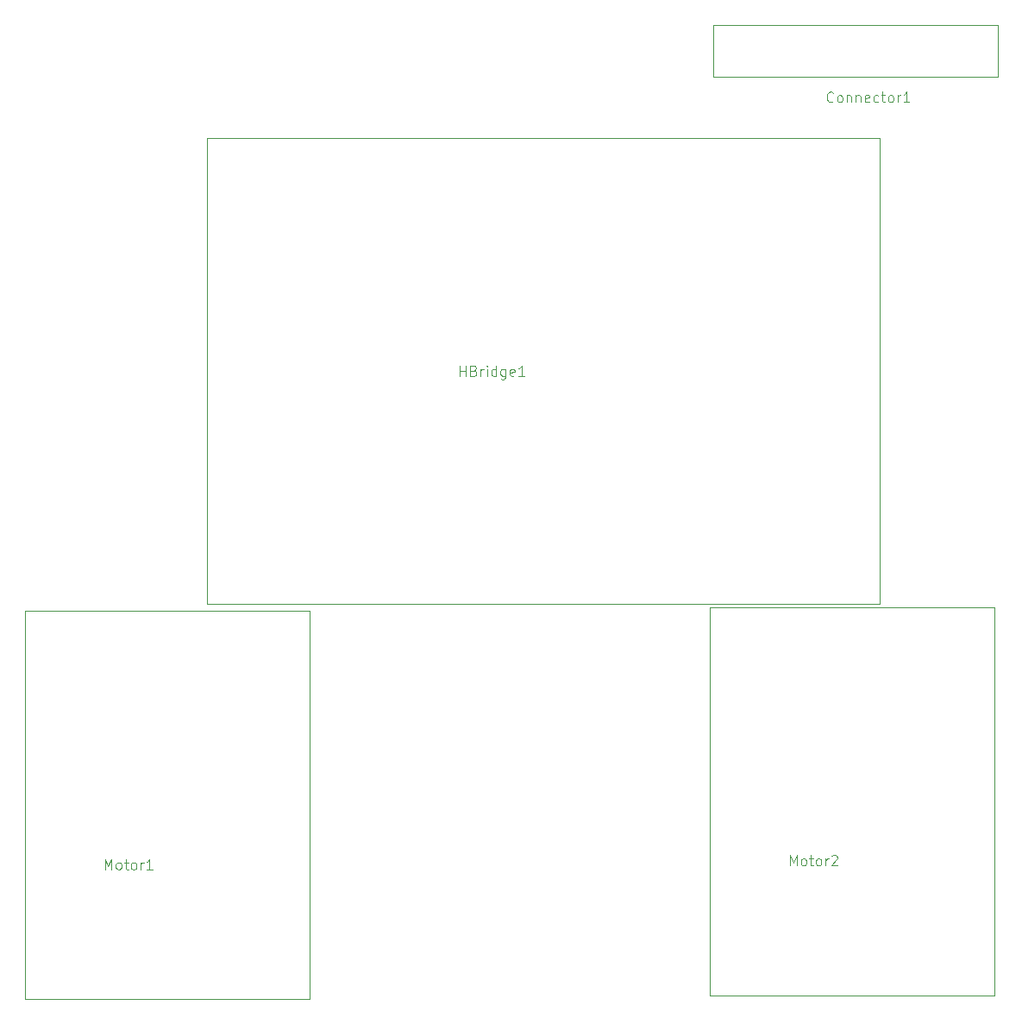
<source format=gbr>
%TF.GenerationSoftware,KiCad,Pcbnew,7.0.5*%
%TF.CreationDate,2023-07-05T14:29:17+01:00*%
%TF.ProjectId,rat,7261742e-6b69-4636-9164-5f7063625858,rev?*%
%TF.SameCoordinates,Original*%
%TF.FileFunction,Legend,Top*%
%TF.FilePolarity,Positive*%
%FSLAX46Y46*%
G04 Gerber Fmt 4.6, Leading zero omitted, Abs format (unit mm)*
G04 Created by KiCad (PCBNEW 7.0.5) date 2023-07-05 14:29:17*
%MOMM*%
%LPD*%
G01*
G04 APERTURE LIST*
%ADD10C,0.100000*%
G04 APERTURE END LIST*
D10*
%TO.C,HBridge1*%
X190297143Y-57917419D02*
X190297143Y-56917419D01*
X190297143Y-57393609D02*
X190868571Y-57393609D01*
X190868571Y-57917419D02*
X190868571Y-56917419D01*
X191678095Y-57393609D02*
X191820952Y-57441228D01*
X191820952Y-57441228D02*
X191868571Y-57488847D01*
X191868571Y-57488847D02*
X191916190Y-57584085D01*
X191916190Y-57584085D02*
X191916190Y-57726942D01*
X191916190Y-57726942D02*
X191868571Y-57822180D01*
X191868571Y-57822180D02*
X191820952Y-57869800D01*
X191820952Y-57869800D02*
X191725714Y-57917419D01*
X191725714Y-57917419D02*
X191344762Y-57917419D01*
X191344762Y-57917419D02*
X191344762Y-56917419D01*
X191344762Y-56917419D02*
X191678095Y-56917419D01*
X191678095Y-56917419D02*
X191773333Y-56965038D01*
X191773333Y-56965038D02*
X191820952Y-57012657D01*
X191820952Y-57012657D02*
X191868571Y-57107895D01*
X191868571Y-57107895D02*
X191868571Y-57203133D01*
X191868571Y-57203133D02*
X191820952Y-57298371D01*
X191820952Y-57298371D02*
X191773333Y-57345990D01*
X191773333Y-57345990D02*
X191678095Y-57393609D01*
X191678095Y-57393609D02*
X191344762Y-57393609D01*
X192344762Y-57917419D02*
X192344762Y-57250752D01*
X192344762Y-57441228D02*
X192392381Y-57345990D01*
X192392381Y-57345990D02*
X192440000Y-57298371D01*
X192440000Y-57298371D02*
X192535238Y-57250752D01*
X192535238Y-57250752D02*
X192630476Y-57250752D01*
X192963810Y-57917419D02*
X192963810Y-57250752D01*
X192963810Y-56917419D02*
X192916191Y-56965038D01*
X192916191Y-56965038D02*
X192963810Y-57012657D01*
X192963810Y-57012657D02*
X193011429Y-56965038D01*
X193011429Y-56965038D02*
X192963810Y-56917419D01*
X192963810Y-56917419D02*
X192963810Y-57012657D01*
X193868571Y-57917419D02*
X193868571Y-56917419D01*
X193868571Y-57869800D02*
X193773333Y-57917419D01*
X193773333Y-57917419D02*
X193582857Y-57917419D01*
X193582857Y-57917419D02*
X193487619Y-57869800D01*
X193487619Y-57869800D02*
X193440000Y-57822180D01*
X193440000Y-57822180D02*
X193392381Y-57726942D01*
X193392381Y-57726942D02*
X193392381Y-57441228D01*
X193392381Y-57441228D02*
X193440000Y-57345990D01*
X193440000Y-57345990D02*
X193487619Y-57298371D01*
X193487619Y-57298371D02*
X193582857Y-57250752D01*
X193582857Y-57250752D02*
X193773333Y-57250752D01*
X193773333Y-57250752D02*
X193868571Y-57298371D01*
X194773333Y-57250752D02*
X194773333Y-58060276D01*
X194773333Y-58060276D02*
X194725714Y-58155514D01*
X194725714Y-58155514D02*
X194678095Y-58203133D01*
X194678095Y-58203133D02*
X194582857Y-58250752D01*
X194582857Y-58250752D02*
X194440000Y-58250752D01*
X194440000Y-58250752D02*
X194344762Y-58203133D01*
X194773333Y-57869800D02*
X194678095Y-57917419D01*
X194678095Y-57917419D02*
X194487619Y-57917419D01*
X194487619Y-57917419D02*
X194392381Y-57869800D01*
X194392381Y-57869800D02*
X194344762Y-57822180D01*
X194344762Y-57822180D02*
X194297143Y-57726942D01*
X194297143Y-57726942D02*
X194297143Y-57441228D01*
X194297143Y-57441228D02*
X194344762Y-57345990D01*
X194344762Y-57345990D02*
X194392381Y-57298371D01*
X194392381Y-57298371D02*
X194487619Y-57250752D01*
X194487619Y-57250752D02*
X194678095Y-57250752D01*
X194678095Y-57250752D02*
X194773333Y-57298371D01*
X195630476Y-57869800D02*
X195535238Y-57917419D01*
X195535238Y-57917419D02*
X195344762Y-57917419D01*
X195344762Y-57917419D02*
X195249524Y-57869800D01*
X195249524Y-57869800D02*
X195201905Y-57774561D01*
X195201905Y-57774561D02*
X195201905Y-57393609D01*
X195201905Y-57393609D02*
X195249524Y-57298371D01*
X195249524Y-57298371D02*
X195344762Y-57250752D01*
X195344762Y-57250752D02*
X195535238Y-57250752D01*
X195535238Y-57250752D02*
X195630476Y-57298371D01*
X195630476Y-57298371D02*
X195678095Y-57393609D01*
X195678095Y-57393609D02*
X195678095Y-57488847D01*
X195678095Y-57488847D02*
X195201905Y-57584085D01*
X196630476Y-57917419D02*
X196059048Y-57917419D01*
X196344762Y-57917419D02*
X196344762Y-56917419D01*
X196344762Y-56917419D02*
X196249524Y-57060276D01*
X196249524Y-57060276D02*
X196154286Y-57155514D01*
X196154286Y-57155514D02*
X196059048Y-57203133D01*
%TO.C,Motor2*%
X222690476Y-105957419D02*
X222690476Y-104957419D01*
X222690476Y-104957419D02*
X223023809Y-105671704D01*
X223023809Y-105671704D02*
X223357142Y-104957419D01*
X223357142Y-104957419D02*
X223357142Y-105957419D01*
X223976190Y-105957419D02*
X223880952Y-105909800D01*
X223880952Y-105909800D02*
X223833333Y-105862180D01*
X223833333Y-105862180D02*
X223785714Y-105766942D01*
X223785714Y-105766942D02*
X223785714Y-105481228D01*
X223785714Y-105481228D02*
X223833333Y-105385990D01*
X223833333Y-105385990D02*
X223880952Y-105338371D01*
X223880952Y-105338371D02*
X223976190Y-105290752D01*
X223976190Y-105290752D02*
X224119047Y-105290752D01*
X224119047Y-105290752D02*
X224214285Y-105338371D01*
X224214285Y-105338371D02*
X224261904Y-105385990D01*
X224261904Y-105385990D02*
X224309523Y-105481228D01*
X224309523Y-105481228D02*
X224309523Y-105766942D01*
X224309523Y-105766942D02*
X224261904Y-105862180D01*
X224261904Y-105862180D02*
X224214285Y-105909800D01*
X224214285Y-105909800D02*
X224119047Y-105957419D01*
X224119047Y-105957419D02*
X223976190Y-105957419D01*
X224595238Y-105290752D02*
X224976190Y-105290752D01*
X224738095Y-104957419D02*
X224738095Y-105814561D01*
X224738095Y-105814561D02*
X224785714Y-105909800D01*
X224785714Y-105909800D02*
X224880952Y-105957419D01*
X224880952Y-105957419D02*
X224976190Y-105957419D01*
X225452381Y-105957419D02*
X225357143Y-105909800D01*
X225357143Y-105909800D02*
X225309524Y-105862180D01*
X225309524Y-105862180D02*
X225261905Y-105766942D01*
X225261905Y-105766942D02*
X225261905Y-105481228D01*
X225261905Y-105481228D02*
X225309524Y-105385990D01*
X225309524Y-105385990D02*
X225357143Y-105338371D01*
X225357143Y-105338371D02*
X225452381Y-105290752D01*
X225452381Y-105290752D02*
X225595238Y-105290752D01*
X225595238Y-105290752D02*
X225690476Y-105338371D01*
X225690476Y-105338371D02*
X225738095Y-105385990D01*
X225738095Y-105385990D02*
X225785714Y-105481228D01*
X225785714Y-105481228D02*
X225785714Y-105766942D01*
X225785714Y-105766942D02*
X225738095Y-105862180D01*
X225738095Y-105862180D02*
X225690476Y-105909800D01*
X225690476Y-105909800D02*
X225595238Y-105957419D01*
X225595238Y-105957419D02*
X225452381Y-105957419D01*
X226214286Y-105957419D02*
X226214286Y-105290752D01*
X226214286Y-105481228D02*
X226261905Y-105385990D01*
X226261905Y-105385990D02*
X226309524Y-105338371D01*
X226309524Y-105338371D02*
X226404762Y-105290752D01*
X226404762Y-105290752D02*
X226500000Y-105290752D01*
X226785715Y-105052657D02*
X226833334Y-105005038D01*
X226833334Y-105005038D02*
X226928572Y-104957419D01*
X226928572Y-104957419D02*
X227166667Y-104957419D01*
X227166667Y-104957419D02*
X227261905Y-105005038D01*
X227261905Y-105005038D02*
X227309524Y-105052657D01*
X227309524Y-105052657D02*
X227357143Y-105147895D01*
X227357143Y-105147895D02*
X227357143Y-105243133D01*
X227357143Y-105243133D02*
X227309524Y-105385990D01*
X227309524Y-105385990D02*
X226738096Y-105957419D01*
X226738096Y-105957419D02*
X227357143Y-105957419D01*
%TO.C,Motor1*%
X155450476Y-106337419D02*
X155450476Y-105337419D01*
X155450476Y-105337419D02*
X155783809Y-106051704D01*
X155783809Y-106051704D02*
X156117142Y-105337419D01*
X156117142Y-105337419D02*
X156117142Y-106337419D01*
X156736190Y-106337419D02*
X156640952Y-106289800D01*
X156640952Y-106289800D02*
X156593333Y-106242180D01*
X156593333Y-106242180D02*
X156545714Y-106146942D01*
X156545714Y-106146942D02*
X156545714Y-105861228D01*
X156545714Y-105861228D02*
X156593333Y-105765990D01*
X156593333Y-105765990D02*
X156640952Y-105718371D01*
X156640952Y-105718371D02*
X156736190Y-105670752D01*
X156736190Y-105670752D02*
X156879047Y-105670752D01*
X156879047Y-105670752D02*
X156974285Y-105718371D01*
X156974285Y-105718371D02*
X157021904Y-105765990D01*
X157021904Y-105765990D02*
X157069523Y-105861228D01*
X157069523Y-105861228D02*
X157069523Y-106146942D01*
X157069523Y-106146942D02*
X157021904Y-106242180D01*
X157021904Y-106242180D02*
X156974285Y-106289800D01*
X156974285Y-106289800D02*
X156879047Y-106337419D01*
X156879047Y-106337419D02*
X156736190Y-106337419D01*
X157355238Y-105670752D02*
X157736190Y-105670752D01*
X157498095Y-105337419D02*
X157498095Y-106194561D01*
X157498095Y-106194561D02*
X157545714Y-106289800D01*
X157545714Y-106289800D02*
X157640952Y-106337419D01*
X157640952Y-106337419D02*
X157736190Y-106337419D01*
X158212381Y-106337419D02*
X158117143Y-106289800D01*
X158117143Y-106289800D02*
X158069524Y-106242180D01*
X158069524Y-106242180D02*
X158021905Y-106146942D01*
X158021905Y-106146942D02*
X158021905Y-105861228D01*
X158021905Y-105861228D02*
X158069524Y-105765990D01*
X158069524Y-105765990D02*
X158117143Y-105718371D01*
X158117143Y-105718371D02*
X158212381Y-105670752D01*
X158212381Y-105670752D02*
X158355238Y-105670752D01*
X158355238Y-105670752D02*
X158450476Y-105718371D01*
X158450476Y-105718371D02*
X158498095Y-105765990D01*
X158498095Y-105765990D02*
X158545714Y-105861228D01*
X158545714Y-105861228D02*
X158545714Y-106146942D01*
X158545714Y-106146942D02*
X158498095Y-106242180D01*
X158498095Y-106242180D02*
X158450476Y-106289800D01*
X158450476Y-106289800D02*
X158355238Y-106337419D01*
X158355238Y-106337419D02*
X158212381Y-106337419D01*
X158974286Y-106337419D02*
X158974286Y-105670752D01*
X158974286Y-105861228D02*
X159021905Y-105765990D01*
X159021905Y-105765990D02*
X159069524Y-105718371D01*
X159069524Y-105718371D02*
X159164762Y-105670752D01*
X159164762Y-105670752D02*
X159260000Y-105670752D01*
X160117143Y-106337419D02*
X159545715Y-106337419D01*
X159831429Y-106337419D02*
X159831429Y-105337419D01*
X159831429Y-105337419D02*
X159736191Y-105480276D01*
X159736191Y-105480276D02*
X159640953Y-105575514D01*
X159640953Y-105575514D02*
X159545715Y-105623133D01*
%TO.C,Connector1*%
X226951427Y-30942180D02*
X226903808Y-30989800D01*
X226903808Y-30989800D02*
X226760951Y-31037419D01*
X226760951Y-31037419D02*
X226665713Y-31037419D01*
X226665713Y-31037419D02*
X226522856Y-30989800D01*
X226522856Y-30989800D02*
X226427618Y-30894561D01*
X226427618Y-30894561D02*
X226379999Y-30799323D01*
X226379999Y-30799323D02*
X226332380Y-30608847D01*
X226332380Y-30608847D02*
X226332380Y-30465990D01*
X226332380Y-30465990D02*
X226379999Y-30275514D01*
X226379999Y-30275514D02*
X226427618Y-30180276D01*
X226427618Y-30180276D02*
X226522856Y-30085038D01*
X226522856Y-30085038D02*
X226665713Y-30037419D01*
X226665713Y-30037419D02*
X226760951Y-30037419D01*
X226760951Y-30037419D02*
X226903808Y-30085038D01*
X226903808Y-30085038D02*
X226951427Y-30132657D01*
X227522856Y-31037419D02*
X227427618Y-30989800D01*
X227427618Y-30989800D02*
X227379999Y-30942180D01*
X227379999Y-30942180D02*
X227332380Y-30846942D01*
X227332380Y-30846942D02*
X227332380Y-30561228D01*
X227332380Y-30561228D02*
X227379999Y-30465990D01*
X227379999Y-30465990D02*
X227427618Y-30418371D01*
X227427618Y-30418371D02*
X227522856Y-30370752D01*
X227522856Y-30370752D02*
X227665713Y-30370752D01*
X227665713Y-30370752D02*
X227760951Y-30418371D01*
X227760951Y-30418371D02*
X227808570Y-30465990D01*
X227808570Y-30465990D02*
X227856189Y-30561228D01*
X227856189Y-30561228D02*
X227856189Y-30846942D01*
X227856189Y-30846942D02*
X227808570Y-30942180D01*
X227808570Y-30942180D02*
X227760951Y-30989800D01*
X227760951Y-30989800D02*
X227665713Y-31037419D01*
X227665713Y-31037419D02*
X227522856Y-31037419D01*
X228284761Y-30370752D02*
X228284761Y-31037419D01*
X228284761Y-30465990D02*
X228332380Y-30418371D01*
X228332380Y-30418371D02*
X228427618Y-30370752D01*
X228427618Y-30370752D02*
X228570475Y-30370752D01*
X228570475Y-30370752D02*
X228665713Y-30418371D01*
X228665713Y-30418371D02*
X228713332Y-30513609D01*
X228713332Y-30513609D02*
X228713332Y-31037419D01*
X229189523Y-30370752D02*
X229189523Y-31037419D01*
X229189523Y-30465990D02*
X229237142Y-30418371D01*
X229237142Y-30418371D02*
X229332380Y-30370752D01*
X229332380Y-30370752D02*
X229475237Y-30370752D01*
X229475237Y-30370752D02*
X229570475Y-30418371D01*
X229570475Y-30418371D02*
X229618094Y-30513609D01*
X229618094Y-30513609D02*
X229618094Y-31037419D01*
X230475237Y-30989800D02*
X230379999Y-31037419D01*
X230379999Y-31037419D02*
X230189523Y-31037419D01*
X230189523Y-31037419D02*
X230094285Y-30989800D01*
X230094285Y-30989800D02*
X230046666Y-30894561D01*
X230046666Y-30894561D02*
X230046666Y-30513609D01*
X230046666Y-30513609D02*
X230094285Y-30418371D01*
X230094285Y-30418371D02*
X230189523Y-30370752D01*
X230189523Y-30370752D02*
X230379999Y-30370752D01*
X230379999Y-30370752D02*
X230475237Y-30418371D01*
X230475237Y-30418371D02*
X230522856Y-30513609D01*
X230522856Y-30513609D02*
X230522856Y-30608847D01*
X230522856Y-30608847D02*
X230046666Y-30704085D01*
X231379999Y-30989800D02*
X231284761Y-31037419D01*
X231284761Y-31037419D02*
X231094285Y-31037419D01*
X231094285Y-31037419D02*
X230999047Y-30989800D01*
X230999047Y-30989800D02*
X230951428Y-30942180D01*
X230951428Y-30942180D02*
X230903809Y-30846942D01*
X230903809Y-30846942D02*
X230903809Y-30561228D01*
X230903809Y-30561228D02*
X230951428Y-30465990D01*
X230951428Y-30465990D02*
X230999047Y-30418371D01*
X230999047Y-30418371D02*
X231094285Y-30370752D01*
X231094285Y-30370752D02*
X231284761Y-30370752D01*
X231284761Y-30370752D02*
X231379999Y-30418371D01*
X231665714Y-30370752D02*
X232046666Y-30370752D01*
X231808571Y-30037419D02*
X231808571Y-30894561D01*
X231808571Y-30894561D02*
X231856190Y-30989800D01*
X231856190Y-30989800D02*
X231951428Y-31037419D01*
X231951428Y-31037419D02*
X232046666Y-31037419D01*
X232522857Y-31037419D02*
X232427619Y-30989800D01*
X232427619Y-30989800D02*
X232380000Y-30942180D01*
X232380000Y-30942180D02*
X232332381Y-30846942D01*
X232332381Y-30846942D02*
X232332381Y-30561228D01*
X232332381Y-30561228D02*
X232380000Y-30465990D01*
X232380000Y-30465990D02*
X232427619Y-30418371D01*
X232427619Y-30418371D02*
X232522857Y-30370752D01*
X232522857Y-30370752D02*
X232665714Y-30370752D01*
X232665714Y-30370752D02*
X232760952Y-30418371D01*
X232760952Y-30418371D02*
X232808571Y-30465990D01*
X232808571Y-30465990D02*
X232856190Y-30561228D01*
X232856190Y-30561228D02*
X232856190Y-30846942D01*
X232856190Y-30846942D02*
X232808571Y-30942180D01*
X232808571Y-30942180D02*
X232760952Y-30989800D01*
X232760952Y-30989800D02*
X232665714Y-31037419D01*
X232665714Y-31037419D02*
X232522857Y-31037419D01*
X233284762Y-31037419D02*
X233284762Y-30370752D01*
X233284762Y-30561228D02*
X233332381Y-30465990D01*
X233332381Y-30465990D02*
X233380000Y-30418371D01*
X233380000Y-30418371D02*
X233475238Y-30370752D01*
X233475238Y-30370752D02*
X233570476Y-30370752D01*
X234427619Y-31037419D02*
X233856191Y-31037419D01*
X234141905Y-31037419D02*
X234141905Y-30037419D01*
X234141905Y-30037419D02*
X234046667Y-30180276D01*
X234046667Y-30180276D02*
X233951429Y-30275514D01*
X233951429Y-30275514D02*
X233856191Y-30323133D01*
%TO.C,HBridge1*%
X165500000Y-34600000D02*
X231540000Y-34600000D01*
X231540000Y-34600000D02*
X231540000Y-80320000D01*
X231540000Y-80320000D02*
X165500000Y-80320000D01*
X165500000Y-80320000D02*
X165500000Y-34600000D01*
%TO.C,Motor2*%
X214840000Y-80600000D02*
X242780000Y-80600000D01*
X242780000Y-80600000D02*
X242780000Y-118700000D01*
X242780000Y-118700000D02*
X214840000Y-118700000D01*
X214840000Y-118700000D02*
X214840000Y-80600000D01*
%TO.C,Motor1*%
X147600000Y-80980000D02*
X175540000Y-80980000D01*
X175540000Y-80980000D02*
X175540000Y-119080000D01*
X175540000Y-119080000D02*
X147600000Y-119080000D01*
X147600000Y-119080000D02*
X147600000Y-80980000D01*
%TO.C,Connector1*%
X215140000Y-23460000D02*
X243080000Y-23460000D01*
X243080000Y-23460000D02*
X243080000Y-28540000D01*
X243080000Y-28540000D02*
X215140000Y-28540000D01*
X215140000Y-28540000D02*
X215140000Y-23460000D01*
%TD*%
M02*

</source>
